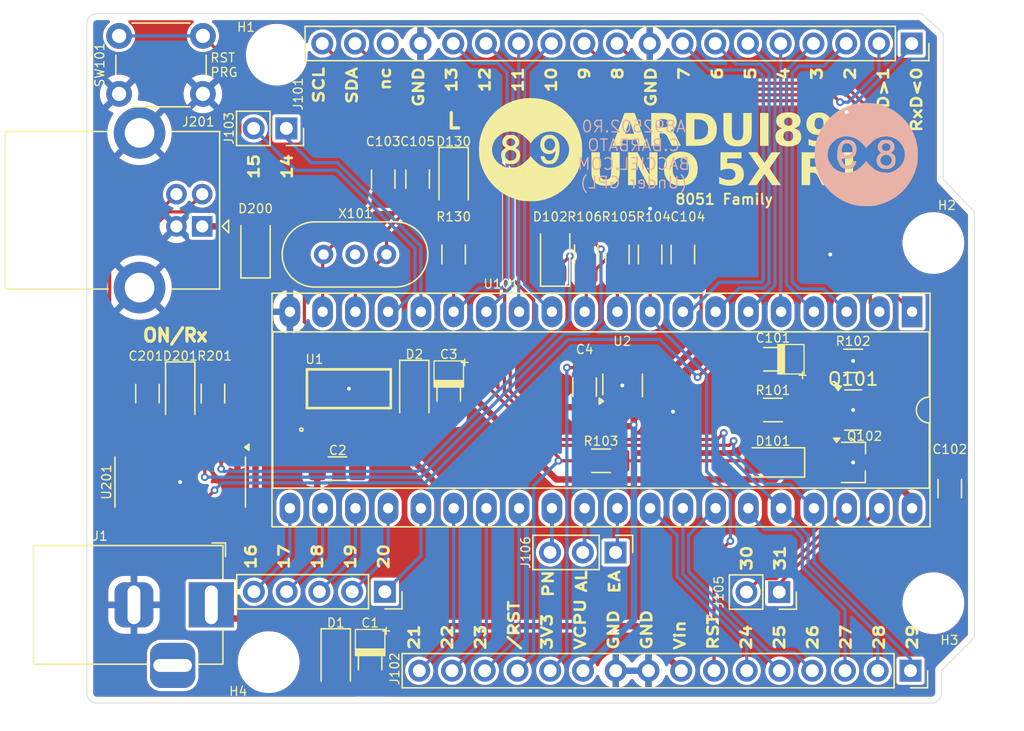
<source format=kicad_pcb>
(kicad_pcb (version 20240108) (generator "pcbnew") (generator_version "8.0")
  (title_block (title "Ardui89 UNO 5X") (date "2025-03-06") (rev "1") (company "C. BARBATO") (comment 1 "A892502 ") (comment 2 "69mm x 54mm"))
  (layers (0 "F.Cu" signal) (31 "B.Cu" signal) (34 "B.Paste" user) (35 "F.Paste" user) (36 "B.SilkS" user "B.Silkscreen") (37 "F.SilkS" user "F.Silkscreen") (38 "B.Mask" user) (39 "F.Mask" user) (44 "Edge.Cuts" user))
  (net 0 "")
  (net 1 "VCC")
  (net 2 "GND")
  (net 3 "/D17")
  (net 4 "/RTS")
  (net 5 "Net-(U201-V3)")
  (net 6 "Net-(U101-XTAL1)")
  (net 7 "/D9")
  (net 8 "/D13")
  (net 9 "/D12")
  (net 10 "/D8")
  (net 11 "/D10")
  (net 12 "/D11")
  (net 13 "/D7")
  (net 14 "/D1")
  (net 15 "/D0")
  (net 16 "/D5")
  (net 17 "/D4")
  (net 18 "/D6")
  (net 19 "/D2")
  (net 20 "/D3")
  (net 21 "/A2")
  (net 22 "/A3")
  (net 23 "/A1")
  (net 24 "/A0")
  (net 25 "/D+")
  (net 26 "/D-")
  (net 27 "/Tx")
  (net 28 "/Rx")
  (net 33 "/RESET")
  (net 35 "/D15")
  (net 36 "Net-(U101-XTAL2)")
  (net 37 "/D14")
  (net 38 "/3.3V")
  (net 39 "Net-(D1-A)")
  (net 40 "/A4_SDA")
  (net 41 "/A5_SCL")
  (net 42 "Net-(D200-A)")
  (net 43 "/Vin")
  (net 44 "Net-(D2-A)")
  (net 46 "/{slash}RST")
  (net 47 "Net-(D101-A)")
  (net 51 "VCPU")
  (net 53 "Net-(D102-A)")
  (net 54 "Net-(D130-A)")
  (net 55 "/D22")
  (net 56 "/D21")
  (net 57 "/D23")
  (net 58 "/D16")
  (net 59 "/D19")
  (net 60 "/D18")
  (net 61 "/D20")
  (net 62 "/A7")
  (net 63 "/A6")
  (net 64 "Net-(J106-Pin_3)")
  (net 65 "Net-(J106-Pin_1)")
  (net 66 "Net-(J106-Pin_2)")
  (net 67 "Net-(D201-K)")
  (net 68 "Net-(Q101-D)")
  (footprint "Connector_PinSocket_2.54mm:PinSocket_1x02_P2.54mm_Vertical" (layer "F.Cu") (at 138.928 86.233 -90)
    (property "Reference" "J103")
    (property "Value" "Extented Port")
  )
  (footprint "Resistor_SMD:R_1206_3216Metric_Pad1.30x1.75mm_HandSolder" (layer "F.Cu") (at 182.89 104.267 180)
    (property "Reference" "R102")
    (property "Value" "4k7")
  )
  (footprint "Button_Switch_THT:SW_PUSH_6mm" (layer "F.Cu") (at 132.454 83.56 180)
    (property "Reference" "SW101")
    (property "Value" "SW_Push")
  )
  (footprint "BACKCIEL:Ardu89_Uno_Analog_Power_Connector" (layer "F.Cu") (at 187.335 128.397 -90)
    (property "Reference" "J102")
    (property "Value" "Conn_01x16" (hide yes))
  )
  (footprint "Package_TO_SOT_SMD:TSOT-23-5_HandSoldering" (layer "F.Cu") (at 164.983 106.172 90)
    (property "Reference" "U2")
    (property "Value" "LP2985-33DBVR")
  )
  (footprint "Capacitor_SMD:C_1206_3216Metric_Pad1.33x1.80mm_HandSolder" (layer "F.Cu") (at 190.383 114.173 90)
    (property "Reference" "C102")
    (property "Value" "100n")
  )
  (footprint "Resistor_SMD:R_1206_3216Metric_Pad1.30x1.75mm_HandSolder" (layer "F.Cu") (at 164.602 96.012 90)
    (property "Reference" "R105")
    (property "Value" "330")
  )
  (footprint "PRJ:SOT230P700X180-4N" (layer "F.Cu") (at 143.774 106.426 90)
    (property "Reference" "U1")
    (property "Value" "LD1117S50TR")
  )
  (footprint "MountingHole:MountingHole_4.3mm_M4_DIN965" (layer "F.Cu") (at 189.113 95.123)
    (property "Reference" "H2")
    (property "Value" "MountingHole")
  )
  (footprint "Diode_SMD:D_1206_3216Metric_Pad1.42x1.75mm_HandSolder" (layer "F.Cu") (at 142.758 127.508 -90)
    (property "Reference" "D1")
    (property "Value" "1N5819W")
  )
  (footprint "Diode_SMD:D_1206_3216Metric_Pad1.42x1.75mm_HandSolder" (layer "F.Cu") (at 176.667 112.141 180)
    (property "Reference" "D101")
    (property "Value" "1N5819W")
  )
  (footprint "MountingHole:MountingHole_4.3mm_M4_DIN965" (layer "F.Cu") (at 189.113 123.063)
    (property "Reference" "H3")
    (property "Value" "MountingHole")
  )
  (footprint "Connector_PinSocket_2.54mm:PinSocket_1x05_P2.54mm_Vertical" (layer "F.Cu") (at 146.568 122.174 -90)
    (property "Reference" "J104" (hide yes))
    (property "Value" "Extended Port")
  )
  (footprint "BACKCIEL:C_1206_POL_3216Metric_Pad1.33x1.80mm_HandSolder" (layer "F.Cu") (at 145.425 127.508 -90)
    (property "Reference" "C1")
    (property "Value" "10µ")
  )
  (footprint "Package_SO:SOIC-16_3.9x9.9mm_P1.27mm" (layer "F.Cu") (at 130.693 113.665 -90)
    (property "Reference" "U201")
    (property "Value" "CH340C")
  )
  (footprint "BACKCIEL:Ardu89_Uno_Digital_Connector" (layer "F.Cu") (at 187.325 79.629 -90)
    (property "Reference" "J101")
    (property "Value" "Conn_01x19")
  )
  (footprint "Connector_PinHeader_2.54mm:PinHeader_1x03_P2.54mm_Vertical" (layer "F.Cu") (at 164.46 119.126 -90)
    (property "Reference" "J106")
    (property "Value" "Conn_01x03")
  )
  (footprint "Package_DIP:DIP-40_W15.24mm_Socket_LongPads" (layer "F.Cu") (at 187.462 100.457 -90)
    (property "Reference" "U101")
    (property "Value" "89C5x")
  )
  (footprint "BACKCIEL:C_1206_POL_3216Metric_Pad1.33x1.80mm_HandSolder" (layer "F.Cu") (at 176.667 104.14 180)
    (property "Reference" "C101")
    (property "Value" "10µ")
  )
  (footprint "Package_TO_SOT_SMD:TSOT-23_HandSoldering" (layer "F.Cu") (at 182.89 112.141)
    (property "Reference" "Q102")
    (property "Value" "MMBTA2907")
  )
  (footprint "Diode_SMD:D_1206_3216Metric_Pad1.42x1.75mm_HandSolder" (layer "F.Cu") (at 136.535 95.377 90)
    (property "Reference" "D200")
    (property "Value" "1N5819W")
  )
  (footprint "Diode_SMD:D_1206_3216Metric_Pad1.42x1.75mm_HandSolder" (layer "F.Cu") (at 148.854 106.68 -90)
    (property "Reference" "D2")
    (property "Value" "1N5819W")
  )
  (footprint "Connector_PinSocket_2.54mm:PinSocket_1x02_P2.54mm_Vertical" (layer "F.Cu") (at 177.155 122.199 -90)
    (property "Reference" "J105")
    (property "Value" "Extented Port")
  )
  (footprint "Resistor_SMD:R_1206_3216Metric_Pad1.30x1.75mm_HandSolder" (layer "F.Cu") (at 176.667 108.077 180)
    (property "Reference" "R101")
    (property "Value" "1k")
  )
  (footprint "Capacitor_SMD:C_1206_3216Metric_Pad1.33x1.80mm_HandSolder" (layer "F.Cu") (at 146.441 90.17 90)
    (property "Reference" "C103")
    (property "Value" "22p")
  )
  (footprint "Resistor_SMD:R_1206_3216Metric_Pad1.30x1.75mm_HandSolder" (layer "F.Cu") (at 163.332 112.014)
    (property "Reference" "R103")
    (property "Value" "1k")
  )
  (footprint "Resistor_SMD:R_1206_3216Metric_Pad1.30x1.75mm_HandSolder" (layer "F.Cu") (at 167.142 96.012 -90)
    (property "Reference" "R104")
    (property "Value" "1k")
  )
  (footprint "Diode_SMD:D_1206_3216Metric_Pad1.42x1.75mm_HandSolder" (layer "F.Cu") (at 151.902 90.17 -90)
    (property "Reference" "D130")
    (property "Value" "BUILTIN_LED")
  )
  (footprint "Diode_SMD:D_1206_3216Metric_Pad1.42x1.75mm_HandSolder" (layer "F.Cu") (at 130.693 106.807 -90)
    (property "Reference" "D201")
    (property "Value" "ON+Rx LED")
  )
  (footprint "Resistor_SMD:R_1206_3216Metric_Pad1.30x1.75mm_HandSolder" (layer "F.Cu") (at 151.902 96.012 -90)
    (property "Reference" "R130")
    (property "Value" "1k")
  )
  (footprint "PRJ:ardu89_logo_8mmx8mm" (layer "F.Cu") (at 157.871 87.884)
    (property "Reference" "G***" (hide yes))
    (property "Value" "LOGO" (hide yes))
  )
  (footprint "Capacitor_SMD:C_1206_3216Metric_Pad1.33x1.80mm_HandSolder" (layer "F.Cu") (at 142.885 112.6236 180)
    (property "Reference" "C2")
    (property "Value" "100n")
  )
  (footprint "Resistor_SMD:R_1206_3216Metric_Pad1.30x1.75mm_HandSolder" (layer "F.Cu") (at 162.189 96.012 90)
    (property "Reference" "R106")
    (property "Value" "330")
  )
  (footprint "Resistor_SMD:R_1206_3216Metric_Pad1.30x1.75mm_HandSolder" (layer "F.Cu") (at 133.233 106.807 90)
    (property "Reference" "R201")
    (property "Value" "2k2")
  )
  (footprint "Capacitor_SMD:C_1206_3216Metric_Pad1.33x1.80mm_HandSolder" (layer "F.Cu") (at 162.062 106.299 -90)
    (property "Reference" "C4")
    (property "Value" "100n")
  )
  (footprint "Capacitor_SMD:C_1206_3216Metric_Pad1.33x1.80mm_HandSolder" (layer "F.Cu") (at 169.682 96.012 -90)
    (property "Reference" "C104")
    (property "Value" "100n")
  )
  (footprint "BACKCIEL:Crystal_HC49-U-3PinB_Vertical" (layer "F.Cu") (at 146.695 96.012 180)
    (property "Reference" "X101")
    (property "Value" "11.0592MHz")
  )
  (footprint "BACKCIEL:C_1206_POL_3216Metric_Pad1.33x1.80mm_HandSolder" (layer "F.Cu") (at 151.521 106.68 -90)
    (property "Reference" "C3")
    (property "Value" "10µ")
  )
  (footprint "Package_TO_SOT_SMD:SOT-23" (layer "F.Cu") (at 182.89 108.077)
    (property "Reference" "Q101")
    (property "Value" "SI2301")
  )
  (footprint "MountingHole:MountingHole_4.3mm_M4_DIN965" (layer "F.Cu") (at 138.186 80.518)
    (property "Reference" "H1")
    (property "Value" "Mounting Hole 4.3mm")
  )
  (footprint "Capacitor_SMD:C_1206_3216Metric_Pad1.33x1.80mm_HandSolder" (layer "F.Cu") (at 149.108 90.17 90)
    (property "Reference" "C105")
    (property "Value" "22p")
  )
  (footprint "Connector_USB:USB_B_Lumberg_2411_02_Horizontal" (layer "F.Cu") (at 132.4005 93.833 180)
    (property "Reference" "J201")
    (property "Value" "USB_TYPE_B")
  )
  (footprint "Capacitor_SMD:C_1206_3216Metric_Pad1.33x1.80mm_HandSolder" (layer "F.Cu") (at 128.153 106.807 90)
    (property "Reference" "C201")
    (property "Value" "100n")
  )
  (footprint "MountingHole:MountingHole_4.3mm_M4_DIN965" (layer "F.Cu") (at 137.551 127.635)
    (property "Reference" "H4")
    (property "Value" "MountingHole")
  )
  (footprint "Connector_BarrelJack:BarrelJack_Horizontal" (layer "F.Cu") (at 133.106 123.19)
    (property "Reference" "J1")
    (property "Value" "Jack-DC")
  )
  (footprint "Diode_SMD:D_1206_3216Metric_Pad1.42x1.75mm_HandSolder" (layer "F.Cu") (at 159.776 96.012 90)
    (property "Reference" "D102")
    (property "Value" "1N5819W")
  )
  (footprint "PRJ:ardu89_logo_8mmx8mm" (layer "B.Cu") (at 183.906 88.265 180)
    (property "Reference" "G***" (hide yes))
    (property "Value" "LOGO" (hide yes))
  )
  (gr_line (start 189.748 128.27) (end 189.748 130.048) (stroke (width 0.05)) (layer "Edge.Cuts"))
  (gr_arc (start 189.748 130.048) (mid 189.511464 130.58823) (end 188.96512 130.810278) (stroke (width 0.05)) (layer "Edge.Cuts"))
  (gr_line (start 123.454 130.048) (end 123.454 78.105) (stroke (width 0.05)) (layer "Edge.Cuts"))
  (gr_arc (start 124.216 130.81) (mid 123.677185 130.586815) (end 123.454 130.048) (stroke (width 0.05)) (layer "Edge.Cuts"))
  (gr_line (start 188.224 77.343) (end 189.875 78.867) (stroke (width 0.05)) (layer "Edge.Cuts"))
  (gr_line (start 189.875 90.17) (end 192.288 92.71) (stroke (width 0.05)) (layer "Edge.Cuts"))
  (gr_line (start 192.288 125.73) (end 189.748 128.27) (stroke (width 0.05)) (layer "Edge.Cuts"))
  (gr_line (start 124.216 77.343) (end 188.224 77.343) (stroke (width 0.05)) (layer "Edge.Cuts"))
  (gr_line (start 189.875 78.867) (end 189.875 90.17) (stroke (width 0.05)) (layer "Edge.Cuts"))
  (gr_line (start 188.96512 130.810278) (end 124.216 130.81) (stroke (width 0.05)) (layer "Edge.Cuts"))
  (gr_line (start 192.288 92.71) (end 192.288 125.73) (stroke (width 0.05)) (layer "Edge.Cuts"))
  (gr_arc (start 123.454 78.104999) (mid 123.677185 77.566184) (end 124.216 77.342999) (stroke (width 0.05)) (layer "Edge.Cuts"))
  (gr_text "A892502.R0\nC.BARBATO\nBACCIEL.COM\n(Under GPL)" (at 165.872 88.265 0) (layer "B.SilkS") (effects (font (size 0.9 0.9) (thickness 0.1)) (justify mirror)))
  (gr_text "RST\nPRG" (at 132.979 82.296 0) (layer "F.SilkS") (effects (font (size 0.7 0.7) (thickness 0.1)) (justify left bottom)))
  (gr_text "16\n\n17\n\n18\n\n19\n\n20" (at 146.949 120.523 90) (layer "F.SilkS") (effects (font (size 0.8 1) (thickness 0.2) (bold yes)) (justify left bottom)))
  (gr_text "15\n\n14" (at 139.456 90.2716 90) (layer "F.SilkS") (effects (font (size 0.8 1) (thickness 0.2) (bold yes)) (justify left bottom)))
  (gr_text "ON/Rx" (at 130.312 102.87 0) (layer "F.SilkS") (effects (font (size 1 1) (thickness 0.25) (bold yes)) (justify bottom)))
  (gr_text "PN\n\nAL\n\nEA" (at 164.856 120.396 90) (layer "F.SilkS") (effects (font (size 0.8 1) (thickness 0.2) (bold yes)) (justify right bottom)))
  (gr_text "ARDUI89" (at 172.857 88.011 0) (layer "F.SilkS") (effects (font (size 2.5 2.5) (thickness 0.3) (bold yes)) (justify bottom)))
  (gr_text "UNO 5X R1" (at 172.984 91.059 0) (layer "F.SilkS") (effects (font (size 2.5 2.5) (thickness 0.3) (bold yes)) (justify bottom)))
  (gr_text "8051 Family" (at 172.8824 92.202 0) (layer "F.SilkS") (effects (font (size 0.8 0.8) (thickness 0.15) (bold yes)) (justify bottom)))
  (gr_text "L\n" (at 151.267 86.36 0) (layer "F.SilkS") (effects (font (size 1.2 1.2) (thickness 0.25) (bold yes)) (justify left bottom)))
  (gr_text "30\n\n31" (at 177.683 120.65 90) (layer "F.SilkS") (effects (font (size 0.8 1) (thickness 0.2) (bold yes)) (justify left bottom)))
  (segment (start 151.446 105.1925) (end 151.521 105.1175) (width 0.5) (layer "F.Cu") (net 1))
  (segment (start 135.138 116.14) (end 135.138 115.165001) (width 0.5) (layer "F.Cu") (net 1))
  (segment (start 136.535 96.8645) (end 136.535 105.283) (width 0.5) (layer "F.Cu") (net 1))
  (segment (start 178.217 112.0785) (end 178.217 108.077) (width 0.5) (layer "F.Cu") (net 1))
  (segment (start 176.8295 113.466) (end 159.8695 113.466) (width 0.5) (layer "F.Cu") (net 1))
  (segment (start 136.6255 105.1925) (end 136.535 105.283) (width 0.5) (layer "F.Cu") (net 1))
  (segment (start 180.357 108.077) (end 181.18 108.9) (width 0.5) (layer "F.Cu") (net 1))
  (segment (start 136.535 105.283) (end 136.535 114.743) (width 0.5) (layer "F.Cu") (net 1))
  (segment (start 148.854 105.1925) (end 151.446 105.1925) (width 0.5) (layer "F.Cu") (net 1))
  (segment (start 178.1545 112.141) (end 180.23 112.141) (width 0.5) (layer "F.Cu") (net 1))
  (segment (start 178.1545 112.141) (end 178.217 112.0785) (width 0.5) (layer "F.Cu") (net 1))
  (segment (start 178.1545 112.141) (end 176.8295 113.466) (width 0.5) (layer "F.Cu") (net 1))
  (segment (start 178.217 108.077) (end 180.357 108.077) (width 0.5) (layer "F.Cu") (net 1))
  (segment (start 159.8695 113.466) (end 151.521 105.1175) (width 0.5) (layer "F.Cu") (net 1))
  (segment (start 148.854 105.1925) (end 136.6255 105.1925) (width 0.5) (layer "F.Cu") (net 1))
  (segment (start 180.23 112.141) (end 181.18 113.091) (width 0.5) (layer "F.Cu") (net 1))
  (segment (start 136.535 114.743) (end 135.138 116.14) (width 0.5) (layer "F.Cu") (net 1))
  (via (at 182.89 112.141) (size 0.6) (drill 0.3) (layers "F.Cu" "B.Cu") (net 2))
  (via (at 130.693 113.665) (size 0.6) (drill 0.3) (layers "F.Cu" "B.Cu") (net 2))
  (via (at 164.983 106.172) (size 0.6) (drill 0.3) (layers "F.Cu" "B.Cu") (net 2))
  (via (at 182.89 104.267) (size 0.6) (drill 0.3) (layers "F.Cu" "B.Cu") (net 2))
  (via (at 181.112 96.012) (size 0.6) (drill 0.3) (layers "F.Cu" "B.Cu") (net 2))
  (via (at 168.92 108.204) (size 0.6) (drill 0.3) (layers "F.Cu" "B.Cu") (net 2))
  (via (at 167.142 92.456) (size 0.6) (drill 0.3) (layers "F.Cu" "B.Cu") (net 2))
  (via (at 143.774 106.426) (size 0.6) (drill 0.3) (layers "F.Cu" "B.Cu") (net 2))
  (via (at 182.89 108.077) (size 0.6) (drill 0.3) (layers "F.Cu" "B.Cu") (net 2))
  (segment (start 141.742 115.697) (end 141.742 119.38) (width 0.25) (layer "B.Cu") (net 3))
  (segment (start 141.742 119.38) (end 138.948 122.174) (width 0.25) (layer "B.Cu") (net 3))
  (segment (start 132.598 116.14) (end 132.598 115.062) (width 0.25) (layer "F.Cu") (net 4))
  (segment (start 172.222 104.14) (end 175.1045 104.14) (width 0.25) (layer "F.Cu") (net 4))
  (segment (start 132.598 115.062) (end 133.36 114.3) (width 0.25) (layer "F.Cu") (net 4))
  (segment (start 170.825 105.537) (end 172.222 104.14) (width 0.25) (layer "F.Cu") (net 4))
  (via (at 170.825 105.537) (size 0.6) (drill 0.3) (layers "F.Cu" "B.Cu") (net 4))
  (via (at 133.36 114.3) (size 0.6) (drill 0.3) (layers "F.Cu" "B.Cu") (net 4))
  (segment (start 167.888995 102.600995) (end 170.825 105.537) (width 0.25) (layer "B.Cu") (net 4))
  (segment (start 160.807005 102.600995) (end 167.888995 102.600995) (width 0.25) (layer "B.Cu") (net 4))
  (segment (start 149.674 113.734) (end 160.807005 102.600995) (width 0.25) (layer "B.Cu") (net 4))
  (segment (start 133.926 113.734) (end 149.674 113.734) (width 0.25) (layer "B.Cu") (net 4))
  (segment (start 133.36 114.3) (end 133.926 113.734) (width 0.25) (layer "B.Cu") (net 4))
  (segment (start 131.328 110.809092) (end 131.328 111.19) (width 0.25) (layer "F.Cu") (net 5))
  (segment (start 129.6735 109.89) (end 130.408908 109.89) (width 0.25) (layer "F.Cu") (net 5))
  (segment (start 128.153 108.3695) (end 129.6735 109.89) (width 0.25) (layer "F.Cu") (net 5))
  (segment (start 130.408908 109.89) (end 131.328 110.809092) (width 0.25) (layer "F.Cu") (net 5))
  (segment (start 141.742 96.085) (end 141.815 96.012) (width 0.25) (layer "F.Cu") (net 6))
  (segment (start 146.441 91.7325) (end 146.0945 91.7325) (width 0.25) (layer "F.Cu") (net 6))
  (segment (start 146.0945 91.7325) (end 141.815 96.012) (width 0.25) (layer "F.Cu") (net 6))
  (segment (start 141.742 100.457) (end 141.742 96.085) (width 0.25) (layer "F.Cu") (net 6))
  (segment (start 181.932 83.185) (end 165.564 83.185) (width 0.25) (layer "F.Cu") (net 7))
  (segment (start 184.218 99.753) (end 184.218 85.471) (width 0.25) (layer "F.Cu") (net 7))
  (segment (start 165.564 83.185) (end 162.03 79.651) (width 0.25) (layer "F.Cu") (net 7))
  (segment (start 184.218 85.471) (end 181.932 83.185) (width 0.25) (layer "F.Cu") (net 7))
  (segment (start 184.922 100.457) (end 184.218 99.753) (width 0.25) (layer "F.Cu") (net 7))
  (segment (start 151.902 100.457) (end 151.902 97.562) (width 0.25) (layer "F.Cu") (net 8))
  (segment (start 151.87 79.651) (end 153.399698 81.180698) (width 0.25) (layer "B.Cu") (net 8))
  (segment (start 152.029 100.457) (end 151.902 100.457) (width 0.25) (layer "B.Cu") (net 8))
  (segment (start 153.871198 98.614802) (end 152.029 100.457) (width 0.25) (layer "B.Cu") (net 8))
  (segment (start 153.399698 81.180698) (end 155.303302 81.180698) (width 0.25) (layer "B.Cu") (net 8))
  (segment (start 153.871198 98.614802) (end 155.647802 98.614802) (width 0.25) (layer "B.Cu") (net 8))
  (segment (start 155.647802 98.614802) (end 156.05 98.212604) (width 0.25) (layer "B.Cu") (net 8))
  (segment (start 156.05 81.927396) (end 156.05 98.212604) (width 0.25) (layer "B.Cu") (net 8))
  (segment (start 155.303302 81.180698) (end 156.05 81.927396) (width 0.25) (layer "B.Cu") (net 8))
  (segment (start 156.5 98.399) (end 154.442 100.457) (width 0.25) (layer "B.Cu") (net 9))
  (segment (start 156.5 81.741) (end 156.5 98.399) (width 0.25) (layer "B.Cu") (net 9))
  (segment (start 154.41 79.651) (end 156.5 81.741) (width 0.25) (layer "B.Cu") (net 9))
  (segment (start 187.462 100.457) (end 184.668 97.663) (width 0.25) (layer "F.Cu") (net 10))
  (segment (start 184.668 97.663) (end 184.668 85.284604) (width 0.25) (layer "F.Cu") (net 10))
  (segment (start 184.668 85.284604) (end 182.118396 82.735) (width 0.25) (layer "F.Cu") (net 10))
  (segment (start 167.654 82.735) (end 164.57 79.651) (width 0.25) (layer "F.Cu") (net 10))
  (segment (start 182.118396 82.735) (end 167.654 82.735) (width 0.25) (layer "F.Cu") (net 10))
  (segment (start 159.49 79.651) (end 157.4 81.741) (width 0.25) (layer "B.Cu") (net 11))
  (segment (start 157.4 98.335) (end 159.522 100.457) (width 0.25) (layer "B.Cu") (net 11))
  (segment (start 157.4 81.741) (end 157.4 98.335) (width 0.25) (layer "B.Cu") (net 11))
  (segment (start 156.95 100.425) (end 156.982 100.457) (width 0.25) (layer "B.Cu") (net 12))
  (segment (start 156.95 79.651) (end 156.95 100.425) (width 0.25) (layer "B.Cu") (net 12))
  (segment (start 175.780708 98.1655) (end 172.52251 98.1655) (width 0.25) (layer "B.Cu") (net 13))
  (segment (start 172.52251 98.1655) (end 170.23101 100.457) (width 0.25) (layer "B.Cu") (net 13))
  (segment (start 169.65 79.651) (end 171.6925 81.6935) (width 0.25) (layer "B.Cu") (net 13))
  (segment (start 175.397 81.6935) (end 175.92 82.2165) (width 0.25) (layer "B.Cu") (net 13))
  (segment (start 175.92 82.2165) (end 175.92 98.026208) (width 0.25) (layer "B.Cu") (net 13))
  (segment (start 171.6925 81.6935) (end 175.397 81.6935) (width 0.25) (layer "B.Cu") (net 13))
  (segment (start 170.23101 100.457) (end 169.682 100.457) (width 0.25) (layer "B.Cu") (net 13))
  (segment (start 175.92 98.026208) (end 175.780708 98.1655) (width 0.25) (layer "B.Cu") (net 13))
  (segment (start 169.611604 83.635) (end 181.308 83.635) (width 0.25) (layer "F.Cu") (net 14))
  (segment (start 167.962 90.239) (end 167.962 85.284604) (width 0.25) (layer "F.Cu") (net 14))
  (segment (start 165.872 92.329) (end 167.962 90.239) (width 0.25) (layer "F.Cu") (net 14))
  (segment (start 162.544 97.562) (end 164.669 95.437) (width 0.25) (layer "F.Cu") (net 14))
  (segment (start 165.4721 95.437) (end 165.872 95.0371) (width 0.25) (layer "F.Cu") (net 14))
  (segment (start 167.962 85.284604) (end 169.611604 83.635) (width 0.25) (layer "F.Cu") (net 14))
  (segment (start 181.308 83.635) (end 181.874 84.201) (width 0.25) (layer "F.Cu") (net 14))
  (segment (start 164.669 95.437) (end 165.4721 95.437) (width 0.25) (layer "F.Cu") (net 14))
  (segment (start 162.189 97.562) (end 162.189 100.33) (width 0.25) (layer "F.Cu") (net 14))
  (segment (start 165.872 95.0371) (end 165.872 92.329) (width 0.25) (layer "F.Cu") (net 14))
  (segment (start 162.189 97.562) (end 162.544 97.562) (width 0.25) (layer "F.Cu") (net 14))
  (segment (start 162.189 100.33) (end 162.062 100.457) (width 0.25) (layer "F.Cu") (net 14))
  (via (at 181.874 84.201) (size 0.6) (drill 0.3) (layers "F.Cu" "B.Cu") (net 14))
  (segment (start 184.89 79.651) (end 184.89 81.818604) (width 0.25) (layer "B.Cu") (net 14))
  (segment (start 182.507604 84.201) (end 181.874 84.201) (width 0.25) (layer "B.Cu") (net 14))
  (segment (start 184.89 81.818604) (end 182.507604 84.201) (width 0.25) (layer "B.Cu") (net 14))
  (segment (start 169.798 84.085) (end 168.412 85.471) (width 0.25) (layer "F.Cu") (net 15))
  (segment (start 179.842 84.085) (end 169.798 84.085) (width 0.25) (layer "F.Cu") (net 15))
  (segment (start 182.382 84.963) (end 180.72 84.963) (width 0.25) (layer "F.Cu") (net 15))
  (segment (start 166.727 95.437) (end 164.602 97.562) (width 0.25) (layer "F.Cu") (net 15))
  (segment (start 168.412 95.0371) (end 168.0121 95.437) (width 0.25) (layer "F.Cu") (net 15))
  (segment (start 164.602 97.562) (end 164.602 100.457) (width 0.25) (layer "F.Cu") (net 15))
  (segment (start 180.72 84.963) (end 179.842 84.085) (width 0.25) (layer "F.Cu") (net 15))
  (segment (start 168.412 85.471) (end 168.412 95.0371) (width 0.25) (layer "F.Cu") (net 15))
  (segment (start 168.0121 95.437) (end 166.727 95.437) (width 0.25) (layer "F.Cu") (net 15))
  (via (at 182.382 84.963) (size 0.6) (drill 0.3) (layers "F.Cu" "B.Cu") (net 15))
  (segment (start 187.43 79.651) (end 187.43 79.915) (width 0.25) (layer "B.Cu") (net 15))
  (segment (start 187.43 79.915) (end 182.382 84.963) (width 0.25) (layer "B.Cu") (net 15))
  (segment (start 176.82 98.399) (end 174.762 100.457) (width 0.25) (layer "B.Cu") (net 16))
  (segment (start 176.82 81.741) (end 176.82 98.399) (width 0.25) (layer "B.Cu") (net 16))
  (segment (start 174.73 79.651) (end 176.82 81.741) (width 0.25) (layer "B.Cu") (net 16))
  (segment (start 177.27 79.651) (end 177.27 100.425) (width 0.25) (layer "B.Cu") (net 17))
  (segment (start 177.27 100.425) (end 177.302 100.457) (width 0.25) (layer "B.Cu") (net 17))
  (segment (start 174.0635 98.6155) (end 175.967104 98.6155) (width 0.25) (layer "B.Cu") (net 18))
  (segment (start 175.686104 81.2435) (end 173.7825 81.2435) (width 0.25) (layer "B.Cu") (net 18))
  (segment (start 176.37 98.212604) (end 176.37 81.927396) (width 0.25) (layer "B.Cu") (net 18))
  (segment (start 176.37 81.927396) (end 175.686104 81.2435) (width 0.25) (layer "B.Cu") (net 18))
  (segment (start 175.967104 98.6155) (end 176.37 98.212604) (width 0.25) (layer "B.Cu") (net 18))
  (segment (start 173.7825 81.2435) (end 172.19 79.651) (width 0.25) (layer "B.Cu") (net 18))
  (segment (start 172.222 100.457) (end 174.0635 98.6155) (width 0.25) (layer "B.Cu") (net 18))
  (segment (start 182.35 79.651) (end 180.599 81.402) (width 0.25) (layer "B.Cu") (net 19))
  (segment (start 178.699698 98.678302) (end 180.603302 98.678302) (width 0.25) (layer "B.Cu") (net 19))
  (segment (start 178.695396 81.402) (end 178.17 81.927396) (width 0.25) (layer "B.Cu") (net 19))
  (segment (start 180.603302 98.678302) (end 182.382 100.457) (width 0.25) (layer "B.Cu") (net 19))
  (segment (start 178.17 98.148604) (end 178.699698 98.678302) (width 0.25) (layer "B.Cu") (net 19))
  (segment (start 178.17 81.927396) (end 178.17 98.148604) (width 0.25) (layer "B.Cu") (net 19))
  (segment (start 180.599 81.402) (end 178.695396 81.402) (width 0.25) (layer "B.Cu") (net 19))
  (segment (start 179.842 100.457) (end 177.72 98.335) (width 0.25) (layer "B.Cu") (net 20))
  (segment (start 177.72 81.741) (end 179.81 79.651) (width 0.25) (layer "B.Cu") (net 20))
  (segment (start 177.72 98.335) (end 177.72 81.741) (width 0.25) (layer "B.Cu") (net 20))
  (segment (start 170.132 117.787) (end 170.132 120.618604) (width 0.25) (layer "B.Cu") (net 21))
  (segment (start 172.222 115.697) (end 170.132 117.787) (width 0.25) (layer "B.Cu") (net 21))
  (segment (start 170.132 120.618604) (end 176.400396 126.887) (width 0.25) (layer "B.Cu") (net 21))
  (segment (start 178.304 126.887) (end 179.715 128.298) (width 0.25) (layer "B.Cu") (net 21))
  (segment (start 176.400396 126.887) (end 178.304 126.887) (width 0.25) (layer "B.Cu") (net 21))
  (segment (start 182.255 123.572396) (end 182.255 128.298) (width 0.25) (layer "B.Cu") (net 22))
  (segment (start 178.942 120.259396) (end 182.255 123.572396) (width 0.25) (layer "B.Cu") (net 22))
  (segment (start 178.316604 117.348) (end 178.942 117.973396) (width 0.25) (layer "B.Cu") (net 22))
  (segment (start 174.762 115.697) (end 174.762 116.079396) (width 0.25) (layer "B.Cu") (net 22))
  (segment (start 174.762 116.079396) (end 176.030604 117.348) (width 0.25) (layer "B.Cu") (net 22))
  (segment (start 178.942 117.973396) (end 178.942 120.259396) (width 0.25) (layer "B.Cu") (net 22))
  (segment (start 176.030604 117.348) (end 178.316604 117.348) (width 0.25) (layer "B.Cu") (net 22))
  (segment (start 169.682 120.805) (end 177.175 128.298) (width 0.25) (layer "B.Cu") (net 23))
  (segment (start 169.682 115.697) (end 169.682 120.805) (width 0.25) (layer "B.Cu") (net 23))
  (segment (start 167.142 115.697) (end 169.232 117.787) (width 0.25) (layer "B.Cu") (net 24))
  (segment (start 169.232 120.991396) (end 174.635 126.394396) (width 0.25) (layer "B.Cu") (net 24))
  (segment (start 169.232 117.787) (end 169.232 120.991396) (width 0.25) (layer "B.Cu") (net 24))
  (segment (start 174.635 126.394396) (end 174.635 128.298) (width 0.25) (layer "B.Cu") (net 24))
  (segment (start 129.836 112.49) (end 130.058 112.268) (width 0.25) (layer "F.Cu") (net 25))
  (segment (start 124.7655 96.968) (end 124.7655 111.8015) (width 0.25) (layer "F.Cu") (net 25))
  (segment (start 124.7655 111.8015) (end 125.454 112.49) (width 0.25) (layer "F.Cu") (net 25))
  (segment (start 125.454 112.49) (end 129.836 112.49) (width 0.25) (layer "F.Cu") (net 25))
  (segment (start 130.058 112.268) (end 130.058 111.19) (width 0.25) (layer "F.Cu") (net 25))
  (segment (start 130.4005 91.333) (end 124.7655 96.968) (width 0.25) (layer "F.Cu") (net 25))
  (segment (start 125.2155 108.319408) (end 126.253092 109.357) (width 0.25) (layer "F.Cu") (net 26))
  (segment (start 127.655 109.357) (end 128.788 110.49) (width 0.25) (layer "F.Cu") (net 26))
  (segment (start 129.806 92.708) (end 125.2155 97.2985) (width 0.25) (layer "F.Cu") (net 26))
  (segment (start 128.788 110.49) (end 128.788 111.19) (width 0.25) (layer "F.Cu") (net 26))
  (segment (start 132.4005 91.333) (end 131.0255 92.708) (width 0.25) (layer "F.Cu") (net 26))
  (segment (start 126.253092 109.357) (end 127.655 109.357) (width 0.25) (layer "F.Cu") (net 26))
  (segment (start 125.2155 97.2985) (end 125.2155 108.319408) (width 0.25) (layer "F.Cu") (net 26))
  (segment (start 131.0255 92.708) (end 129.806 92.708) (width 0.25) (layer "F.Cu") (net 26))
  (segment (start 163.332 95.605) (end 162.189 94.462) (width 0.25) (layer "F.Cu") (net 27))
  (segment (start 162.189 94.462) (end 162.189 94.996) (width 0.25) (layer "F.Cu") (net 27))
  (segment (start 132.598 111.19) (end 132.598 113.284) (width 0.25) (layer "F.Cu") (net 27))
  (via (at 163.332 95.605) (size 0.6) (drill 0.3) (layers "F.Cu" "B.Cu") (net 27))
  (via (at 132.598 113.284) (size 0.6) (drill 0.3) (layers "F.Cu" "B.Cu") (net 27))
  (segment (start 149.362 113.284) (end 160.495005 102.150995) (width 0.25) (layer "B.Cu") (net 27))
  (segment (start 160.495005 102.150995) (end 162.358995 102.150995) (width 0.25) (layer "B.Cu") (net 27))
  (segment (start 132.598 113.284) (end 149.362 113.284) (width 0.25) (layer "B.Cu") (net 27))
  (segment (start 163.332 101.17799) (end 163.332 95.605) (width 0.25) (layer "B.Cu") (net 27))
  (segment (start 162.358995 102.150995) (end 163.332 101.17799) (width 0.25) (layer "B.Cu") (net 27))
  (segment (start 133.868 111.19) (end 133.868 112.649) (width 0.25) (layer "F.Cu") (net 28))
  (segment (start 133.868 110.215001) (end 133.868 111.19) (width 0.25) (layer "F.Cu") (net 28))
  (segment (start 159.776 97.282) (end 159.776 97.4995) (width 0.25) (layer "F.Cu") (net 28))
  (segment (start 130.693 108.2945) (end 131.7305 109.332) (width 0.25) (layer "F.Cu") (net 28))
  (segment (start 131.7305 109.332) (end 132.984999 109.332) (width 0.25) (layer "F.Cu") (net 28))
  (segment (start 132.984999 109.332) (end 133.868 110.215001) (width 0.25) (layer "F.Cu") (net 28))
  (segment (start 160.919 96.139) (end 159.776 97.282) (width 0.25) (layer "F.Cu") (net 28))
  (via (at 160.919 96.139) (size 0.6) (drill 0.3) (layers "F.Cu" "B.Cu") (net 28))
  (via (at 133.868 112.649) (size 0.6) (drill 0.3) (layers "F.Cu" "B.Cu") (net 28))
  (segment (start 134.053 112.834) (end 149.13599 112.834) (width 0.25) (layer "B.Cu") (net 28))
  (segment (start 149.13599 112.834) (end 160.919 101.05099) (width 0.25) (layer "B.Cu") (net 28))
  (segment (start 160.919 101.05099) (end 160.919 96.139) (width 0.25) (layer "B.Cu") (net 28))
  (segment (start 133.868 112.649) (end 134.053 112.834) (width 0.25) (layer "B.Cu") (net 28))
  (segment (start 167.142 97.562) (end 167.142 100.457) (width 0.25) (layer "F.Cu") (net 33))
  (segment (start 172.095 128.298) (end 172.095 119.507) (width 0.25) (layer "F.Cu") (net 33))
  (segment (start 167.3075 97.5745) (end 169.682 97.5745) (width 0.25) (layer "F.Cu") (net 33))
  (segment (start 172.095 119.507) (end 173.365 118.237) (width 0.25) (layer "F.Cu") (net 33))
  (segment (start 167.295 97.562) (end 167.3075 97.5745) (width 0.25) (layer "F.Cu") (net 33))
  (segment (start 167.142 97.562) (end 167.295 97.562) (width 0.25) (layer "F.Cu") (net 33))
  (via (at 173.365 118.237) (size 0.6) (drill 0.3) (layers "F.Cu" "B.Cu") (net 33))
  (segment (start 171.520942 105.349058) (end 167.142 100.970116) (width 0.25) (layer "B.Cu") (net 33))
  (segment (start 167.142 100.970116) (end 167.142 100.457) (width 0.25) (layer "B.Cu") (net 33))
  (segment (start 171.520942 112.836942) (end 171.520942 105.349058) (width 0.25) (layer "B.Cu") (net 33))
  (segment (start 173.365 118.237) (end 173.365 114.681) (width 0.25) (layer "B.Cu") (net 33))
  (segment (start 173.365 114.681) (end 171.520942 112.836942) (width 0.25) (layer "B.Cu") (net 33))
  (segment (start 139.6265 89.4715) (end 142.8215 89.4715) (width 0.25) (layer "B.Cu") (net 35))
  (segment (start 136.388 86.233) (end 139.6265 89.4715) (width 0.25) (layer "B.Cu") (net 35))
  (segment (start 146.822 100.457) (end 147.33 100.457) (width 0.25) (layer "B.Cu") (net 35))
  (segment (start 147.33 100.457) (end 148.912 98.875) (width 0.25) (layer "B.Cu") (net 35))
  (segment (start 148.912 98.875) (end 148.912 95.562) (width 0.25) (layer "B.Cu") (net 35))
  (segment (start 148.912 95.562) (end 142.8215 89.4715) (width 0.25) (layer "B.Cu") (net 35))
  (segment (start 144.282 98.425) (end 146.695 96.012) (width 0.25) (layer "F.Cu") (net 36))
  (segment (start 146.695 94.1455) (end 149.108 91.7325) (width 0.25) (layer "F.Cu") (net 36))
  (segment (start 146.695 96.012) (end 146.695 94.1455) (width 0.25) (layer "F.Cu") (net 36))
  (segment (start 144.282 100.457) (end 144.282 98.425) (width 0.25) (layer "F.Cu") (net 36))
  (segment (start 138.928 86.975) (end 140.853 88.9) (width 0.25) (layer "B.Cu") (net 37))
  (segment (start 142.886396 88.9) (end 149.362 95.375604) (width 0.25) (layer "B.Cu") (net 37))
  (segment (start 140.853 88.9) (end 142.886396 88.9) (width 0.25) (layer "B.Cu") (net 37))
  (segment (start 149.362 95.375604) (end 149.362 100.457) (width 0.25) (layer "B.Cu") (net 37))
  (segment (start 138.928 86.233) (end 138.928 86.975) (width 0.25) (layer "B.Cu") (net 37))
  (segment (start 162.0065 104.792) (end 162.062 104.7365) (width 0.25) (layer "F.Cu") (net 38))
  (segment (start 164.033 104.462) (end 162.3365 104.462) (width 0.5) (layer "F.Cu") (net 38))
  (segment (start 162.3365 104.462) (end 162.062 104.7365) (width 0.5) (layer "F.Cu") (net 38))
  (segment (start 160.682 104.792) (end 162.0065 104.792) (width 0.25) (layer "F.Cu") (net 38))
  (via (at 160.682 104.792) (size 0.6) (drill 0.3) (layers "F.Cu" "B.Cu") (net 38))
  (segment (start 160.682 104.792) (end 160.665 104.775) (width 0.25) (layer "B.Cu") (net 38))
  (segment (start 159.395 128.298) (end 160.682 127.011) (width 0.25) (layer "B.Cu") (net 38))
  (segment (start 160.682 127.011) (end 160.682 104.792) (width 0.25) (layer "B.Cu") (net 38))
  (segment (start 142.758 128.9955) (end 138.01375 124.25125) (width 0.5) (layer "F.Cu") (net 39))
  (segment (start 133.106 123.19) (end 134.16725 124.25125) (width 0.5) (layer "F.Cu") (net 39))
  (segment (start 134.16725 124.25125) (end 138.01375 124.25125) (width 0.5) (layer "F.Cu") (net 39))
  (segment (start 172.348 110.364) (end 172.857 109.855) (width 0.25) (layer "F.Cu") (net 40))
  (segment (start 160.032396 110.364) (end 172.348 110.364) (width 0.25) (layer "F.Cu") (net 40))
  (segment (start 156.347 89.789) (end 156.347 97.79) (width 0.25) (layer "F.Cu") (net 40))
  (segment (start 156.289 106.620604) (end 160.032396 110.364) (width 0.25) (layer "F.Cu") (net 40))
  (segment (start 158.107 101.578) (end 156.289 103.396) (width 0.25) (layer "F.Cu") (net 40))
  (segment (start 144.25 79.651) (end 145.76895 81.16995) (width 0.25) (layer "F.Cu") (net 40))
  (segment (start 145.76895 81.16995) (end 147.72795 81.16995) (width 0.25) (layer "F.Cu") (net 40))
  (segment (start 158.107 99.55) (end 158.107 101.578) (width 0.25) (layer "F.Cu") (net 40))
  (segment (start 147.72795 81.16995) (end 156.347 89.789) (width 0.25) (layer "F.Cu") (net 40))
  (segment (start 156.289 103.396) (end 156.289 106.620604) (width 0.25) (layer "F.Cu") (net 40))
  (segment (start 156.347 97.79) (end 158.107 99.55) (width 0.25) (layer "F.Cu") (net 40))
  (via (at 172.857 109.855) (size 0.6) (drill 0.3) (layers "F.Cu" "B.Cu") (net 40))
  (segment (start 179.392 117.787) (end 179.392 120.073) (width 0.25) (layer "B.Cu") (net 40))
  (segment (start 172.857 109.855) (end 172.857 111.252) (width 0.25) (layer "B.Cu") (net 40))
  (segment (start 177.302 115.697) (end 179.392 117.787) (width 0.25) (layer "B.Cu") (net 40))
  (segment (start 184.795 125.476) (end 184.795 128.298) (width 0.25) (layer "B.Cu") (net 40))
  (segment (start 179.392 120.073) (end 184.795 125.476) (width 0.25) (layer "B.Cu") (net 40))
  (segment (start 172.857 111.252) (end 177.302 115.697) (width 0.25) (layer "B.Cu") (net 40))
  (segment (start 143.67895 81.61995) (end 147.541554 81.61995) (width 0.25) (layer "F.Cu") (net 41))
  (segment (start 155.857 89.935396) (end 155.857 103.233) (width 0.25) (layer "F.Cu") (net 41))
  (segment (start 141.71 79.651) (end 143.67895 81.61995) (width 0.25) (layer "F.Cu") (net 41))
  (segment (start 147.541554 81.61995) (end 155.857 89.935396) (width 0.25) (layer "F.Cu") (net 41))
  (segment (start 155.839 106.807) (end 159.846 110.814) (width 0.25) (layer "F.Cu") (net 41))
  (segment (start 159.846 110.814) (end 173.285 110.814) (width 0.25) (layer "F.Cu") (net 41))
  (segment (start 155.839 103.251) (end 155.839 106.807) (width 0.25) (layer "F.Cu") (net 41))
  (segment (start 173.285 110.814) (end 173.619 110.48) (width 0.25) (layer "F.Cu") (net 41))
  (segment (start 155.857 103.233) (end 155.839 103.251) (width 0.25) (layer "F.Cu") (net 41))
  (via (at 173.619 110.48) (size 0.6) (drill 0.3) (layers "F.Cu" "B.Cu") (net 41))
  (segment (start 179.842 115.697) (end 179.842 119.886604) (width 0.25) (layer "B.Cu") (net 41))
  (segment (start 179.842 115.697) (end 177.999802 113.854802) (width 0.25) (layer "B.Cu") (net 41))
  (segment (start 177.999802 113.854802) (end 176.096198 113.854802) (width 0.25) (layer "B.Cu") (net 41))
  (segment (start 179.842 119.886604) (end 187.335 127.379604) (width 0.25) (layer "B.Cu") (net 41))
  (segment (start 176.096198 113.854802) (end 173.619 111.377604) (width 0.25) (layer "B.Cu") (net 41))
  (segment (start 187.335 127.379604) (end 187.335 128.298) (width 0.25) (layer "B.Cu") (net 41))
  (segment (start 173.619 111.377604) (end 173.619 110.48) (width 0.25) (layer "B.Cu") (net 41))
  (segment (start 132.4005 93.833) (end 136.4785 93.833) (width 0.5) (layer "F.Cu") (net 42))
  (segment (start 136.4785 93.833) (end 136.535 93.8895) (width 0.5) (layer "F.Cu") (net 42))
  (segment (start 150.652 113.904) (end 150.652 124.821) (width 0.5) (layer "F.Cu") (net 43))
  (segment (start 145.35 126.0205) (end 145.425 125.9455) (width 0.5) (layer "F.Cu") (net 43))
  (segment (start 166.098 124.841) (end 150.632 124.841) (width 0.5) (layer "F.Cu") (net 43))
  (segment (start 145.425 125.9455) (end 145.425 125.857) (width 0.5) (layer "F.Cu") (net 43))
  (segment (start 150.652 124.821) (end 150.632 124.841) (width 0.5) (layer "F.Cu") (net 43))
  (segment (start 145.425 125.857) (end 146.441 124.841) (width 0.5) (layer "F.Cu") (net 43))
  (segment (start 146.074 109.326) (end 150.652 113.904) (width 0.5) (layer "F.Cu") (net 43))
  (segment (start 169.555 128.298) (end 166.098 124.841) (width 0.5) (layer "F.Cu") (net 43))
  (segment (start 150.632 124.841) (end 146.441 124.841) (width 0.5) (layer "F.Cu") (net 43))
  (segment (start 142.758 126.0205) (end 145.35 126.0205) (width 0.5) (layer "F.Cu") (net 43))
  (segment (start 148.4875 107.801) (end 148.854 108.1675) (width 0.5) (layer "F.Cu") (net 44))
  (segment (start 143.774 109.326) (end 145.299 107.801) (width 0.5) (layer "F.Cu") (net 44))
  (segment (start 143.774 111.9501) (end 144.4475 112.6236) (width 0.5) (layer "F.Cu") (net 44))
  (segment (start 145.299 107.801) (end 148.4875 107.801) (width 0.5) (layer "F.Cu") (net 44))
  (segment (start 143.774 109.326) (end 143.774 111.9501) (width 0.5) (layer "F.Cu") (net 44))
  (segment (start 140.327 101.246) (end 140.327 95.7739) (width 0.25) (layer "F.Cu") (net 46))
  (segment (start 141.207 102.126) (end 140.327 101.246) (width 0.25) (layer "F.Cu") (net 46))
  (segment (start 160.03 112.014) (end 161.782 112.014) (width 0.25) (layer "F.Cu") (net 46))
  (segment (start 152.0451 103.759) (end 147.185 103.759) (width 0.25) (layer "F.Cu") (net 46))
  (segment (start 135.31 81.916) (end 132.454 79.06) (width 0.25) (layer "F.Cu") (net 46))
  (segment (start 160.03 112.014) (end 160.03 111.7439) (width 0.25) (layer "F.Cu") (net 46))
  (segment (start 136.08245 92.52755) (end 135.31 91.7551) (width 0.25) (layer "F.Cu") (net 46))
  (segment (start 135.31 91.7551) (end 135.31 81.916) (width 0.25) (layer "F.Cu") (net 46))
  (segment (start 147.185 103.759) (end 145.552 102.126) (width 0.25) (layer "F.Cu") (net 46))
  (segment (start 160.03 111.7439) (end 152.0451 103.759) (width 0.25) (layer "F.Cu") (net 46))
  (segment (start 137.08065 92.52755) (end 136.08245 92.52755) (width 0.25) (layer "F.Cu") (net 46))
  (segment (start 140.327 95.7739) (end 137.08065 92.52755) (width 0.25) (layer "F.Cu") (net 46))
  (segment (start 145.552 102.126) (end 141.207 102.126) (width 0.25) (layer "F.Cu") (net 46))
  (via (at 160.03 112.014) (size 0.6) (drill 0.3) (layers "F.Cu" "B.Cu") (net 46))
  (segment (start 125.954 79.06) (end 132.454 79.06) (width 0.25) (layer "B.Cu") (net 46))
  (segment (start 160.03 112.014) (end 158.107 113.937) (width 0.25) (layer "B.Cu") (net 46))
  (segment (start 158.107 127.046) (end 156.855 128.298) (width 0.25) (layer "B.Cu") (net 46))
  (segment (start 158.107 113.937) (end 158.107 127.046) (width 0.25) (layer "B.Cu") (net 46))
  (segment (start 175.0525 112.014) (end 175.1795 112.141) (width 0.25) (layer "F.Cu") (net 47))
  (segment (start 178.32 104.14) (end 178.2295 104.14) (width 0.25) (layer "F.Cu") (net 47))
  (segment (start 178.2295 104.9905) (end 178.2295 104.14) (width 0.25) (layer "F.Cu") (net 47))
  (segment (start 175.1795 112.141) (end 175.117 112.0785) (width 0.25) (layer "F.Cu") (net 47))
  (segment (start 181.18 107) (end 178.32 104.14) (width 0.25) (layer "F.Cu") (net 47))
  (segment (start 175.117 112.0785) (end 175.117 108.103) (width 0.25) (layer "F.Cu") (net 47))
  (segment (start 164.882 112.014) (end 175.0525 112.014) (width 0.25) (layer "F.Cu") (net 47))
  (segment (start 175.117 108.103) (end 178.2295 104.9905) (width 0.25) (layer "F.Cu") (net 47))
  (segment (start 171.097 102.26) (end 171.326 102.489) (width 0.25) (layer "F.Cu") (net 51))
  (segment (start 171.326 102.489) (end 184.683878 102.489) (width 0.5) (layer "F.Cu") (net 51))
  (segment (start 186.05 110.691) (end 184.6 112.141) (width 0.5) (layer "F.Cu") (net 51))
  (segment (start 171.097 95.8645) (end 171.097 102.26) (width 0.25) (layer "F.Cu") (net 51))
  (segment (start 165.872 109.22) (end 165.872 107.943) (width 0.5) (layer "F.Cu") (net 51))
  (segment (start 169.682 94.4495) (end 171.097 95.8645) (width 0.25) (layer "F.Cu") (net 51))
  (segment (start 187.462 115.003) (end 184.6 112.141) (width 0.5) (layer "F.Cu") (net 51))
  (segment (start 165.76 109.332) (end 165.872 109.22) (width 0.5) (layer "F.Cu") (net 51))
  (segment (start 165.933 107.882) (end 171.326 102.489) (width 0.5) (layer "F.Cu") (net 51))
  (segment (start 164.333 109.332) (end 165.76 109.332) (width 0.5) (layer "F.Cu") (net 51))
  (segment (start 164.033 109.032) (end 164.333 109.332) (width 0.5) (layer "F.Cu") (net 51))
  (segment (start 184.683878 102.489) (end 186.05 103.855122) (width 0.5) (layer "F.Cu") (net 51))
  (segment (start 186.05 103.855122) (end 186.05 110.691) (width 0.5) (layer "F.Cu") (net 51))
  (segment (start 187.462 115.697) (end 187.462 115.003) (width 0.5) (layer "F.Cu") (net 51))
  (segment (start 164.033 107.882) (end 164.033 109.032) (width 0.5) (layer "F.Cu") (net 51))
  (via (at 165.872 109.22) (size 0.6) (drill 0.3) (layers "F.Cu" "B.Cu") (net 51))
  (segment (start 165.872 109.22) (end 165.887 109.235) (width 0.5) (layer "B.Cu") (net 51))
  (segment (start 165.887 109.235) (end 165.887 124.346) (width 0.5) (layer "B.Cu") (net 51))
  (segment (start 165.887 124.346) (end 161.935 128.298) (width 0.5) (layer "B.Cu") (net 51))
  (segment (start 163.627 93.487) (end 164.602 94.462) (width 0.25) (layer "F.Cu") (net 53))
  (segment (start 160.8135 93.487) (end 163.627 93.487) (width 0.25) (layer "F.Cu") (net 53))
  (segment (start 159.776 94.5245) (end 160.8135 93.487) (width 0.25) (layer "F.Cu") (net 53))
  (segment (start 151.902 94.462) (end 151.902 91.6575) (width 0.25) (layer "F.Cu") (net 54))
  (segment (start 154.442 125.631) (end 151.775 128.298) (width 0.25) (layer "B.Cu") (net 55))
  (segment (start 154.442 115.697) (end 154.442 125.631) (width 0.25) (layer "B.Cu") (net 55))
  (segment (start 151.902 125.631) (end 151.902 115.697) (width 0.25) (layer "B.Cu") (net 56))
  (segment (start 149.235 128.298) (end 151.902 125.631) (width 0.25) (layer "B.Cu") (net 56))
  (segment (start 156.982 115.697) (end 156.982 125.631) (width 0.25) (layer "B.Cu") (net 57))
  (segment (start 156.982 125.631) (end 154.315 128.298) (width 0.25) (layer "B.Cu") (net 57))
  (segment (start 136.408 122.174) (end 139.202 119.38) (width 0.25) (layer "B.Cu") (net 58))
  (segment (start 139.202 119.38) (end 139.202 115.697) (width 0.25) (layer "B.Cu") (net 58))
  (segment (start 146.822 119.38) (end 144.028 122.174) (width 0.25) (layer "B.Cu") (net 59))
  (segment (start 146.822 115.697) (end 146.822 119.38) (width 0.25) (layer "B.Cu") (net 59))
  (segment (start 141.488 122.174) (end 144.282 119.38) (width 0.25) (layer "B.Cu") (net 60))
  (segment (start 144.282 119.38) (end 144.282 115.697) (width 0.25) (layer "B.Cu") (net 60))
  (segment (start 149.362 119.38) (end 146.568 122.174) (width 0.25) (layer "B.Cu") (net 61))
  (segment (start 149.362 115.697) (end 149.362 119.38) (width 0.25) (layer "B.Cu") (net 61))
  (segment (start 181.366698 117.348698) (end 177.155 121.560396) (width 0.25) (layer "F.Cu") (net 62))
  (segment (start 184.922 115.697) (end 183.270302 117.348698) (width 0.25) (layer "F.Cu") (net 62))
  (segment (start 183.270302 117.348698) (end 181.366698 117.348698) (width 0.25) (layer "F.Cu") (net 62))
  (segment (start 177.155 121.560396) (end 177.155 122.199) (width 0.25) (layer "F.Cu") (net 62))
  (segment (start 175.663 121.151) (end 174.615 122.199) (width 0.25) (layer "F.Cu") (net 63))
  (segment (start 176.928 121.151) (end 175.663 121.151) (width 0.25) (layer "F.Cu") (net 63))
  (segment (start 182.382 115.697) (end 176.928 121.151) (width 0.25) (layer "F.Cu") (net 63))
  (segment (start 159.522 118.984) (end 159.38 119.126) (width 0.3) (layer "B.Cu") (net 64))
  (segment (start 159.522 115.697) (end 159.522 118.984) (width 0.3) (layer "B.Cu") (net 64))
  (segment (start 164.602 115.824) (end 164.587 115.839) (width 0.25) (layer "B.Cu") (net 65))
  (segment (start 164.602 115.697) (end 164.602 115.824) (width 0.25) (layer "B.Cu") (net 65))
  (segment (start 164.602 115.697) (end 164.602 118.984) (width 0.25) (layer "B.Cu") (net 65))
  (segment (start 164.602 118.984) (end 164.46 119.126) (width 0.25) (layer "B.Cu") (net 65))
  (segment (start 162.062 115.697) (end 162.062 118.984) (width 0.3) (layer "B.Cu") (net 66))
  (segment (start 162.062 118.984) (end 161.92 119.126) (width 0.3) (layer "B.Cu") (net 66))
  (segment (start 130.693 105.3195) (end 133.1705 105.3195) (width 0.25) (layer "F.Cu") (net 67))
  (segment (start 133.1705 105.3195) (end 133.233 105.257) (width 0.25) (layer "F.Cu") (net 67))
  (segment (start 184.6 107.95) (end 184.6 104.427) (width 0.25) (layer "F.Cu") (net 68))
  (segment (start 181.359 111.191) (end 184.6 107.95) (width 0.5) (layer "F.Cu") (net 68))
  (segment (start 184.6 104.427) (end 184.44 104.267) (width 0.25) (layer "F.Cu") (net 68))
  (segment (start 181.18 111.191) (end 181.359 111.191) (width 0.5) (layer "F.Cu") (net 68))
  (zone (net 2) (net_name "GND") (layers "F&B.Cu") (connect_pads (clearance 0.25)) (min_thickness 0.25) (fill yes (thermal_gap 0.5) (thermal_bridge_width 0.5) (island_removal_mode 2) (island_area_min 20))
    (polygon (pts (xy 123.454 77.343) (xy 188.224 77.343) (xy 189.875 78.867) (xy 189.875 90.17) (xy 192.288 92.71) (xy 192.288 125.73) (xy 189.748 128.27) (xy 189.748 130.81) (xy 123.454 130.81)))
  )
)
</source>
